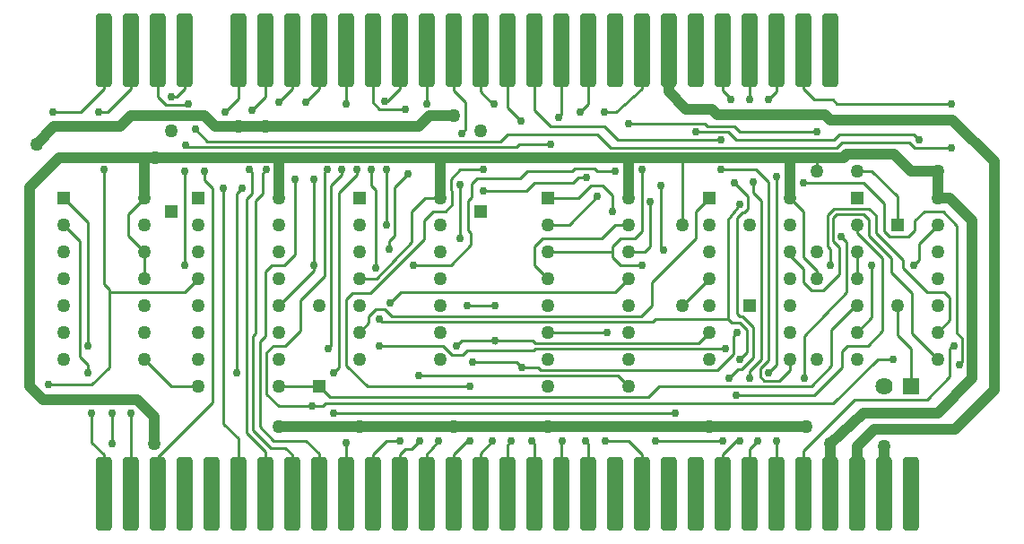
<source format=gtl>
G04*
G04  File:            NEMOBUSTODIVIDE-V1.3.GTL, Wed Sep 24 11:25:24 2025*
G04  Source:          P-CAD 2006 PCB, Version 19.02.958, (D:\PCAD-2006\Projects\Pentagon-4096\Hardware\NemoBusToDivIDE-v1.3.PCB)*
G04  Format:          Gerber Format (RS-274-D), ASCII*
G04*
G04  Format Options:  Absolute Positioning*
G04                   Leading-Zero Suppression*
G04                   Scale Factor 1:1*
G04                   NO Circular Interpolation*
G04                   Inch Units*
G04                   Numeric Format: 4.4 (XXXX.XXXX)*
G04                   G54 NOT Used for Aperture Change*
G04                   Apertures Embedded*
G04*
G04  File Options:    Offset = (0.0mil,0.0mil)*
G04                   Drill Symbol Size = 80.0mil*
G04                   No Pad/Via Holes*
G04*
G04  File Contents:   Pads*
G04                   Vias*
G04                   No Designators*
G04                   No Types*
G04                   No Values*
G04                   No Drill Symbols*
G04                   Top*
G04*
%INNEMOBUSTODIVIDE-V1.3.GTL*%
%ICAS*%
%MOIN*%
G04*
G04  Aperture MACROs for general use --- invoked via D-code assignment *
G04*
G04  General MACRO for flashed round with rotation and/or offset hole *
%AMROTOFFROUND*
1,1,$1,0.0000,0.0000*
1,0,$2,$3,$4*%
G04*
G04  General MACRO for flashed oval (obround) with rotation and/or offset hole *
%AMROTOFFOVAL*
21,1,$1,$2,0.0000,0.0000,$3*
1,1,$4,$5,$6*
1,1,$4,0-$5,0-$6*
1,0,$7,$8,$9*%
G04*
G04  General MACRO for flashed oval (obround) with rotation and no hole *
%AMROTOVALNOHOLE*
21,1,$1,$2,0.0000,0.0000,$3*
1,1,$4,$5,$6*
1,1,$4,0-$5,0-$6*%
G04*
G04  General MACRO for flashed rectangle with rotation and/or offset hole *
%AMROTOFFRECT*
21,1,$1,$2,0.0000,0.0000,$3*
1,0,$4,$5,$6*%
G04*
G04  General MACRO for flashed rectangle with rotation and no hole *
%AMROTRECTNOHOLE*
21,1,$1,$2,0.0000,0.0000,$3*%
G04*
G04  General MACRO for flashed rounded-rectangle *
%AMROUNDRECT*
21,1,$1,$2-$4,0.0000,0.0000,$3*
21,1,$1-$4,$2,0.0000,0.0000,$3*
1,1,$4,$5,$6*
1,1,$4,$7,$8*
1,1,$4,0-$5,0-$6*
1,1,$4,0-$7,0-$8*
1,0,$9,$10,$11*%
G04*
G04  General MACRO for flashed rounded-rectangle with rotation and no hole *
%AMROUNDRECTNOHOLE*
21,1,$1,$2-$4,0.0000,0.0000,$3*
21,1,$1-$4,$2,0.0000,0.0000,$3*
1,1,$4,$5,$6*
1,1,$4,$7,$8*
1,1,$4,0-$5,0-$6*
1,1,$4,0-$7,0-$8*%
G04*
G04  General MACRO for flashed regular polygon *
%AMREGPOLY*
5,1,$1,0.0000,0.0000,$2,$3+$4*
1,0,$5,$6,$7*%
G04*
G04  General MACRO for flashed regular polygon with no hole *
%AMREGPOLYNOHOLE*
5,1,$1,0.0000,0.0000,$2,$3+$4*%
G04*
G04  General MACRO for target *
%AMTARGET*
6,0,0,$1,$2,$3,4,$4,$5,$6*%
G04*
G04  General MACRO for mounting hole *
%AMMTHOLE*
1,1,$1,0,0*
1,0,$2,0,0*
$1=$1-$2*
$1=$1/2*
21,1,$2+$1,$3,0,0,$4*
21,1,$3,$2+$1,0,0,$4*%
G04*
G04*
G04  D10 : "Ellipse X10.0mil Y10.0mil H0.0mil 0.0deg (0.0mil,0.0mil) Draw"*
G04  Disc: OuterDia=0.0100*
%ADD10C, 0.0100*%
G04  D11 : "Ellipse X30.7mil Y30.7mil H0.0mil 0.0deg (0.0mil,0.0mil) Draw"*
G04  Disc: OuterDia=0.0307*
%ADD11C, 0.0307*%
G04  D12 : "Ellipse X40.0mil Y40.0mil H0.0mil 0.0deg (0.0mil,0.0mil) Draw"*
G04  Disc: OuterDia=0.0400*
%ADD12C, 0.0400*%
G04  D13 : "Ellipse X5.0mil Y5.0mil H0.0mil 0.0deg (0.0mil,0.0mil) Draw"*
G04  Disc: OuterDia=0.0050*
%ADD13C, 0.0050*%
G04  D14 : "Ellipse X6.0mil Y6.0mil H0.0mil 0.0deg (0.0mil,0.0mil) Draw"*
G04  Disc: OuterDia=0.0060*
%ADD14C, 0.0060*%
G04  D15 : "Ellipse X7.0mil Y7.0mil H0.0mil 0.0deg (0.0mil,0.0mil) Draw"*
G04  Disc: OuterDia=0.0070*
%ADD15C, 0.0070*%
G04  D16 : "Ellipse X9.8mil Y9.8mil H0.0mil 0.0deg (0.0mil,0.0mil) Draw"*
G04  Disc: OuterDia=0.0098*
%ADD16C, 0.0098*%
G04  D17 : "Ellipse X133.0mil Y133.0mil H0.0mil 0.0deg (0.0mil,0.0mil) Flash"*
G04  Disc: OuterDia=0.1330*
%ADD17C, 0.1330*%
G04  D18 : "Ellipse X50.0mil Y50.0mil H0.0mil 0.0deg (0.0mil,0.0mil) Flash"*
G04  Disc: OuterDia=0.0500*
%ADD18C, 0.0500*%
G04  D19 : "Ellipse X64.0mil Y64.0mil H0.0mil 0.0deg (0.0mil,0.0mil) Flash"*
G04  Disc: OuterDia=0.0640*
%ADD19C, 0.0640*%
G04  D20 : "Ellipse X65.0mil Y65.0mil H0.0mil 0.0deg (0.0mil,0.0mil) Flash"*
G04  Disc: OuterDia=0.0650*
%ADD20C, 0.0650*%
G04  D21 : "Ellipse X79.0mil Y79.0mil H0.0mil 0.0deg (0.0mil,0.0mil) Flash"*
G04  Disc: OuterDia=0.0790*
%ADD21C, 0.0790*%
G04  D22 : "Mounting Hole X118.0mil Y118.0mil H0.0mil 0.0deg (0.0mil,0.0mil) Flash"*
G04  Mounting Hole: Diameter=0.1180, Rotation=0.0, LineWidth=0.0050 *
%ADD22MTHOLE, 0.1180 X0.0980 X0.0050 X0.0*%
G04  D23 : "Rounded Rectangle X61.5mil Y275.6mil H0.0mil 0.0deg (0.0mil,0.0mil) Flash"*
G04  RoundRct: DimX=0.0615, DimY=0.2756, CornerRad=0.0154, Rotation=0.0, OffsetX=0.0000, OffsetY=0.0000, HoleDia=0.0000 *
%ADD23ROUNDRECTNOHOLE, 0.0615 X0.2756 X0.0 X0.0308 X-0.0154 X-0.1224 X-0.0154 X0.1224*%
G04  D24 : "Rounded Rectangle X76.5mil Y290.6mil H0.0mil 0.0deg (0.0mil,0.0mil) Flash"*
G04  RoundRct: DimX=0.0765, DimY=0.2906, CornerRad=0.0191, Rotation=0.0, OffsetX=0.0000, OffsetY=0.0000, HoleDia=0.0000 *
%ADD24ROUNDRECTNOHOLE, 0.0765 X0.2906 X0.0 X0.0382 X-0.0191 X-0.1262 X-0.0191 X0.1262*%
G04  D25 : "Rectangle X50.0mil Y50.0mil H0.0mil 0.0deg (0.0mil,0.0mil) Flash"*
G04  Square: Side=0.0500, Rotation=0.0, OffsetX=0.0000, OffsetY=0.0000, HoleDia=0.0000*
%ADD25R, 0.0500 X0.0500*%
G04  D26 : "Rectangle X64.0mil Y64.0mil H0.0mil 0.0deg (0.0mil,0.0mil) Flash"*
G04  Square: Side=0.0640, Rotation=0.0, OffsetX=0.0000, OffsetY=0.0000, HoleDia=0.0000*
%ADD26R, 0.0640 X0.0640*%
G04  D27 : "Rectangle X65.0mil Y65.0mil H0.0mil 0.0deg (0.0mil,0.0mil) Flash"*
G04  Square: Side=0.0650, Rotation=0.0, OffsetX=0.0000, OffsetY=0.0000, HoleDia=0.0000*
%ADD27R, 0.0650 X0.0650*%
G04  D28 : "Rectangle X79.0mil Y79.0mil H0.0mil 0.0deg (0.0mil,0.0mil) Flash"*
G04  Square: Side=0.0790, Rotation=0.0, OffsetX=0.0000, OffsetY=0.0000, HoleDia=0.0000*
%ADD28R, 0.0790 X0.0790*%
G04  D29 : "Ellipse X30.0mil Y30.0mil H0.0mil 0.0deg (0.0mil,0.0mil) Flash"*
G04  Disc: OuterDia=0.0300*
%ADD29C, 0.0300*%
G04  D30 : "Ellipse X45.0mil Y45.0mil H0.0mil 0.0deg (0.0mil,0.0mil) Flash"*
G04  Disc: OuterDia=0.0450*
%ADD30C, 0.0450*%
G04*
%FSLAX44Y44*%
%SFA1B1*%
%OFA0.0000B0.0000*%
G04*
G70*
G90*
G01*
D2*
%LNTop*%
D12*
X49500Y51500*
X50150Y52150D1*
D2*
D10*
X52000Y39950*
X51550Y40400D1*
Y41500*
X52300D2*
Y40350D1*
X51100Y43600D2*
X51400Y43300D1*
Y43000*
X52200Y43200D2*
X51550Y42550D1*
X53500Y47500D2*
Y46500D1*
X52200Y46100D2*
X52000Y46300D1*
X52200Y46100D2*
Y46000D1*
X52900Y48900D2*
Y48100D1*
X53500Y49500D2*
X52900Y48900D1*
X51150Y52700D2*
X52000Y53550D1*
X52150Y52700D2*
X53000Y53550D1*
D2*
D12*
X52600Y52150*
X53000Y52550D1*
D2*
D10*
X51800Y52700*
X52150D1*
X54500Y42500D2*
X55500D1*
Y46500D2*
X55000Y46000D1*
X55750Y50500D2*
Y50150D1*
X56050Y49850*
X55400Y52050D2*
X55850Y51600D1*
X55100Y51400D2*
X55050Y51450D1*
X55100Y52950D2*
X55150Y53000D1*
X55100Y52950D2*
X54300D1*
D2*
D12*
X55750Y52550*
X56150Y52150D1*
D2*
D10*
X55000Y53550*
X54700Y53250D1*
X54500*
X59750Y41850D2*
Y41750D1*
X58500*
X58000Y40050D2*
X57300Y40750D1*
X58750Y40200D2*
X59000Y39950D1*
X57800Y41000D2*
X58325Y40475D1*
X59525*
X57550Y40850D2*
X58200Y40200D1*
X58750*
X58000Y44350D2*
X57800Y44150D1*
X57650Y44450D2*
X57550Y44350D1*
X58050Y42200D2*
Y43750D1*
X58300Y44000*
X58750*
X59300Y44550*
X58250Y47000D2*
X58000Y46750D1*
X58700Y47000D2*
X58250D1*
X58500Y45500D2*
X59800Y46800D1*
Y47000*
X59100Y47400D2*
X58700Y47000D1*
X58050Y50550D2*
X57900Y50400D1*
Y49650*
X57500Y50450D2*
X57400Y50550D1*
X57300Y49450D2*
X57500Y49650D1*
Y50450*
X57900Y49650D2*
X57650Y49400D1*
X59000Y53550D2*
X58500Y53050D1*
X58000Y53250D2*
X57500Y52750D1*
X60250Y41850D2*
X60150Y41750D1*
X62500Y40450D2*
X62000Y39950D1*
X61000Y40300D2*
Y40400D1*
X61850Y44850D2*
X61500Y44500D1*
X60550Y43000D2*
X60750Y43200D1*
X60450Y44000D2*
X60350Y43900D1*
X61800Y42500D2*
X61025Y43274D1*
X62150Y46500D2*
X61500D1*
X62600Y47900D2*
Y47600D1*
X62450Y45350D2*
X62100D1*
X62700Y45100D2*
X62450Y45350D1*
X62100D2*
X61850Y45100D1*
X61250Y45950D2*
X61900D1*
X61250D2*
X61025Y45725D1*
X62800Y49900D2*
Y48100D1*
X62500Y48500D2*
Y50550D1*
X61950D2*
Y49950D1*
X62100Y49800*
X60850Y50350D2*
Y50550D1*
X60200Y50450D2*
X60300Y50550D1*
X61400Y50350D2*
Y50550D1*
X60450Y49950D2*
X60850Y50350D1*
X60750Y49700D2*
X61400Y50350D1*
X62250Y52800D2*
X62000Y53050D1*
X62550Y53100D2*
X62450D1*
X63450Y40150D2*
X63200D1*
X65000Y39950D2*
X65550Y40500D1*
X65600Y40450*
X64000Y39950D2*
X64450Y40450D1*
X63750D2*
X63450Y40150D1*
X63750Y40450D2*
Y40400D1*
X64600Y44000D2*
X64950Y43650D1*
X65350*
X65100Y44000D2*
X65300Y44200D1*
X65350Y43650D2*
X65525Y43825D1*
X65650Y47750D2*
X64900Y47000D1*
X63600*
X63500*
X63900Y48650D2*
X64250Y49000D1*
X64500Y49500D2*
X63950D1*
X63450Y49000*
X64250D2*
X64700D1*
X64950Y49250*
Y49750*
X64900Y50200D2*
Y49800D1*
X64950Y49750*
X65675Y50025D2*
Y49525D1*
X65550Y49400*
Y48300D2*
X65650Y48200D1*
X65550Y49400D2*
Y48300D1*
X65250Y50550D2*
X64900Y50200D1*
X65875Y50225D2*
X65675Y50025D1*
D2*
D12*
X65000Y52550*
X64800D1*
D2*
D10*
X65450Y53050*
X65000Y53500D1*
D2*
D12*
X64800Y52550*
X64100D1*
X63700Y52150*
D2*
D10*
X65450Y53050*
Y52050D1*
X65300Y51900D2*
X65450Y52050D1*
X68000Y40350D2*
X67900Y40450D1*
X67000Y40300D2*
X67150Y40450D1*
X66550Y44100D2*
Y44200D1*
X67950D2*
X66550D1*
X68050Y44100D2*
X67950Y44200D1*
X67975Y43825D2*
X68050Y43900D1*
X67350Y43400D2*
X67550Y43200D1*
X68150D2*
X67550D1*
X68250Y43100D2*
X68150Y43200D1*
X68500Y46500D2*
X68000Y47000D1*
Y47700*
X67750Y50500D2*
X67475Y50225D1*
X67700Y49750D2*
X68000Y50050D1*
X66100Y49750D2*
X67700D1*
X67450Y51500D2*
X67350Y51400D1*
X66450Y53000D2*
X66500D1*
X68600Y51500D2*
X67450D1*
X66750Y51600D2*
X67000Y51850D1*
X68000Y52750D2*
X68600Y52150D1*
X67000Y52850D2*
X67500Y52350D1*
X70650Y40450D2*
X71500D1*
X70000Y40350D2*
X69900Y40450D1*
X71100Y42900D2*
X71500Y42500D1*
X71200Y47000D2*
X70900Y47300D1*
Y47500*
Y47700D2*
Y47500D1*
X71500Y46500D2*
X71000Y46000D1*
Y48500D2*
X71500D1*
X70350Y49550D2*
X69300Y48500D1*
X71000Y50500D2*
X70350D1*
X70250Y50600*
X69500D2*
X69400Y50500D1*
X70250Y50600D2*
X69500D1*
X69650Y50250D2*
X69950D1*
X70100Y49950D2*
X69650Y49500D1*
X70550Y49950D2*
X70100D1*
X70900Y49000D2*
Y49600D1*
X70550Y49950*
X69450Y50050D2*
X69650Y50250D1*
X70000Y53000D2*
X69700Y52700D1*
X70350Y51850D2*
X70850Y51350D1*
X70600Y52150D2*
X71100Y51650D1*
X70600Y52700D2*
X71050D1*
X74100Y44100D2*
X74500Y44500D1*
X72250Y42100D2*
X72650Y42500D1*
X74500Y46500D2*
X73500Y45500D1*
X72375Y46375D2*
Y45500D1*
X72700Y47650D2*
X72800Y47550D1*
X72300Y47700D2*
X72100Y47500D1*
X74500Y49500D2*
X74000Y49000D1*
X74450Y52150D2*
X74350Y52250D1*
D2*
D12*
X73000Y53450*
X73650Y52800D1*
X74625*
D2*
D10*
X75500Y40450*
X75650D1*
X76300D2*
X76000Y40150D1*
X77100Y42700D2*
X76550D1*
X77500Y43100D2*
X77100Y42700D1*
X77500Y43500D2*
Y43100D1*
X77000Y43300D2*
X76700Y43000D1*
X76400Y42850D2*
Y43150D1*
X76700Y43450*
X76550Y42700D2*
X76400Y42850D1*
X76450Y43500D2*
X76000Y43050D1*
Y42800*
X75575Y43125D2*
X75250Y42800D1*
X75725Y43125D2*
X75575D1*
X75400Y44350D2*
Y43700D1*
X75550Y44500D2*
X75400Y44350D1*
X75650Y44850D2*
X75350D1*
X75900Y44600D2*
X75650Y44850D1*
X75900Y43750D2*
Y44600D1*
X75650Y43500D2*
X75900Y43750D1*
X76150Y44700D2*
Y43550D1*
X75725Y43125*
X77500Y47500D2*
Y47350D1*
X75550Y45200D2*
X75650Y45100D1*
X75750*
X76700Y50100D2*
X76250Y50550D1*
X76150Y50100D2*
Y49700D1*
X76450Y49400*
X75200Y48700D2*
X75650Y49250D1*
X75950Y49100D2*
X75800Y48950D1*
X75750*
X75550Y48750*
X75450Y50050D2*
X75950Y49550D1*
Y49100*
X76700Y53150D2*
X77000Y53450D1*
X75300Y53150D2*
Y53200D1*
X75200Y51950D2*
X75500Y51650D1*
X75450Y52150D2*
X75650Y51950D1*
D2*
D12*
X80650Y40900*
X80000Y40250D1*
X80250Y41500D2*
X79000Y40375D1*
D2*
D10*
X78050Y42800*
Y44350D1*
X78300Y42500D2*
X79050Y43250D1*
Y44600*
X79450Y43200D2*
Y43800D1*
X79650Y44000*
X80400*
X78400Y42150D2*
X79450Y43200D1*
X80000Y47500D2*
Y46500D1*
X80550Y47000D2*
Y45050D1*
X79950Y45500D2*
X80000D1*
X79600Y46000D2*
Y47850D1*
X79000Y47600D2*
X78900Y47700D1*
X79000Y47000D2*
Y47600D1*
X79350Y47650D2*
X79100Y47900D1*
X78500Y46800D2*
Y46500D1*
X78300Y46050D2*
X78750D1*
X79350Y46650*
Y47650*
X78900Y48850D2*
X79150Y49100D1*
X79100Y48750D2*
X79250Y48900D1*
X80000Y48200D2*
Y48500D1*
X80250Y48900D2*
X80450Y48700D1*
X79250Y48900D2*
X80250D1*
X80450Y48700D2*
Y48100D1*
Y49100D2*
X80700Y48850D1*
Y48200*
X79150Y49100D2*
X80450D1*
X80000Y50500D2*
X80550D1*
X79150Y51650D2*
X79350Y51850D1*
X79250Y51350D2*
X79450Y51550D1*
D2*
D12*
X78800Y52600*
X79000Y52400D1*
D2*
D10*
X79250Y53000*
X79100Y53150D1*
X78400*
X82050Y44450D2*
X83000Y43500D1*
X81500Y44400D2*
X82000Y43900D1*
Y42500*
X83550Y44000D2*
X83600D1*
X83450Y43900D2*
X83550Y44000D1*
X83450Y42850D2*
Y43900D1*
X83900Y43400D2*
X83800Y43300D1*
X83725Y44475D2*
X83900Y44300D1*
Y43400*
X83250Y46000D2*
X83450Y45800D1*
X82600Y46000D2*
X83250D1*
X82300Y47200D2*
X82100Y47000D1*
X82300Y47800D2*
Y47200D1*
X81275Y46725D2*
X82050Y45950D1*
X81700Y46900D2*
X82600Y46000D1*
X81275Y47275D2*
Y46725D1*
X81700Y47200D2*
Y46900D1*
D2*
D12*
X83000Y49500*
X83450D1*
X82000Y50500D2*
X83000D1*
Y49500*
D2*
D10*
X82150Y48650*
X82500Y49000D1*
X83200*
X81500Y49550D2*
Y48500D1*
X83200Y49000D2*
X83725Y48475D1*
X81200Y48050D2*
X81900D1*
X82150Y48300*
Y48650*
X82100Y51850D2*
X82300Y51650D1*
X81950Y51550D2*
X82150Y51350D1*
X83350*
X83500*
D2*
D12*
X49750Y42000*
X49250Y42500D1*
Y49900D2*
X50350Y51000D1*
D2*
D10*
X52900Y48100*
X53500Y47500D1*
X51100Y47900D2*
Y43600D1*
X51400Y48600D2*
Y44000D1*
X52000Y38500D2*
Y39950D1*
X53000Y38500D2*
Y41500D1*
X52200Y46000D2*
Y43200D1*
X52000Y53550D2*
Y55000D1*
X53000Y53550D2*
Y55000D1*
X55000D2*
Y53550D1*
X59000Y39950D2*
Y38500D1*
X58500Y41750D2*
X58050Y42200D1*
X57650Y49400D2*
Y44450D1*
X58000Y46750D2*
Y44350D1*
Y38500D2*
Y40050D1*
X57800Y44150D2*
Y41000D1*
X57550Y44350D2*
Y40850D1*
X59300Y44550D2*
Y45700D1*
X58000Y55000D2*
Y53250D1*
X59000Y55000D2*
Y53550D1*
X62800Y48100D2*
X62600Y47900D1*
X61000Y38500D2*
Y40300D1*
X62000Y39950D2*
Y38500D1*
X62350Y44900D2*
X62250Y45000D1*
X61850Y45100D2*
Y44850D1*
X61025Y45725D2*
Y43274D1*
X61000Y55000D2*
Y53000D1*
X62000Y55000D2*
Y53050D1*
X64000Y38500D2*
Y39950D1*
X65000Y38500D2*
Y39950D1*
X63900Y47950D2*
Y48650D1*
X65650Y48200D2*
Y47750D1*
X63450Y49000D2*
Y47850D1*
X64000Y55000D2*
Y53000D1*
X65000Y55000D2*
Y53500D1*
X68000Y38500D2*
Y40350D1*
Y47700D2*
X68300Y48000D1*
X67000Y38500D2*
Y40300D1*
X68000Y55000D2*
Y52750D1*
X67000Y55000D2*
Y52850D1*
X70500Y48000D2*
X71000Y48500D1*
X71200Y48000D2*
X70900Y47700D1*
X71750Y48000D2*
X71200D1*
X70000Y38500D2*
Y40350D1*
Y55000D2*
Y53000D1*
X74000Y49000D2*
Y48000D1*
X72375Y46375*
X72300Y49350D2*
Y47700D1*
X72500Y45000D2*
X72400Y44900D1*
D2*
D12*
X73000Y55000*
Y53450D1*
D2*
D10*
X76000Y40150*
Y38500D1*
X77000D2*
Y40450D1*
X76450Y49400D2*
Y43500D1*
X75550Y48750D2*
Y45200D1*
X75200Y45000D2*
Y48700D1*
X75350Y44850D2*
X75200Y45000D1*
X75750Y45100D2*
X76150Y44700D1*
X76000Y55000D2*
Y53150D1*
X77000Y55000D2*
Y53450D1*
D2*
D12*
X80000Y40250*
Y38500D1*
D2*
D10*
X78050Y44350*
X79600Y46000D1*
X80550Y45050D2*
X80000Y44500D1*
X79050Y44600D2*
X79950Y45500D1*
X79600Y47850D2*
X79400Y48050D1*
X78900Y47700D2*
Y48850D1*
X79100Y47900D2*
Y48750D1*
D2*
D12*
X79000Y40375*
Y38500D1*
D2*
D10*
X80775Y43500*
X79125Y41850D1*
X78500Y50500D2*
Y51000D1*
D2*
D12*
X79500D1*
X79625Y51125*
D2*
D10*
X83450Y44950*
X83000Y44500D1*
Y48500D2*
X82300Y47800D1*
X83450Y45800D2*
Y44950D1*
X82050Y45950D2*
Y44450D1*
X81500Y45500D2*
Y44400D1*
X82600Y42000D2*
X83450Y42850D1*
X83725Y48475D2*
Y44475D1*
D2*
D12*
X81375Y51125*
X82000Y50500D1*
X84287Y48662D2*
Y42787D1*
X49250Y42500D2*
Y49900D1*
X53500Y49500D2*
Y51000D1*
D2*
D10*
X52000Y46300*
Y50550D1*
X55000Y50500D2*
Y47000D1*
X56050Y49850D2*
Y41900D1*
X56450Y49850D2*
Y41100D1*
D2*
D12*
X58500Y51000*
Y49500D1*
D2*
D10*
X59800Y47000*
Y50200D1*
X59100D2*
Y47400D1*
X57300Y40750D2*
Y49450D1*
X62100Y49800D2*
Y46900D1*
X60200Y46600D2*
Y50450D1*
X60750Y43200D2*
Y49700D1*
X60450Y44000D2*
Y49950D1*
D2*
D12*
X64500Y49500*
Y51000D1*
D2*
D10*
X65250Y48000*
Y50000D1*
D2*
D12*
X71500Y51000*
Y49500D1*
D2*
D10*
X73500Y48500*
Y51000D1*
X72700Y49950D2*
Y47650D1*
X77000Y50300D2*
Y43300D1*
X76700Y43450D2*
Y50100D1*
D2*
D12*
X77500Y49500*
Y51000D1*
X85100Y50850D2*
Y42350D1*
X53875Y40375D2*
Y41375D1*
D2*
D10*
X60150Y41750*
X59750D1*
X56050Y41900D2*
X54000Y39850D1*
X59525Y40475D2*
X60000Y40000D1*
X56450Y41100D2*
X57000Y40550D1*
X53500Y43500D2*
X54500Y42500D1*
X60000D2*
X58500D1*
X60000D2*
X60400Y42100D1*
X51550Y42550D2*
X49950D1*
X59300Y45700D2*
X60200Y46600D1*
X52200Y46000D2*
X55000D1*
X50500Y49500D2*
X51400Y48600D1*
X56950Y49650D2*
X57150Y49850D1*
X54300Y52950D2*
X54000Y53250D1*
X59500Y53050D2*
X60000Y53550D1*
D2*
D12*
X56150Y52150*
X57000D1*
X58000D2*
X57000D1*
D2*
D10*
X50100Y52700*
X51150D1*
X57000Y53200D2*
X56500Y52700D1*
D2*
D12*
X50150Y52150*
X52600D1*
X53000Y52550D2*
X55750D1*
D2*
D10*
X63200Y40150*
X63000Y39950D1*
X71500Y40450D2*
X72000Y39950D1*
D2*
D12*
X65000Y41000*
X68500D1*
D2*
D10*
X69000Y40400*
X69050Y40450D1*
X66000Y40000D2*
X66450Y40450D1*
X63000D2*
X62500D1*
X62250Y44000D2*
X64600D1*
X68500Y44500D2*
X70700D1*
X61800Y42500D2*
X65600D1*
X63700Y42900D2*
X71100D1*
X65300Y44200D2*
X66550D1*
X65525Y43825D2*
X67975D1*
X65700Y43400D2*
X67350D1*
X72400Y44900D2*
X62350D1*
X70900Y47500D2*
X68500D1*
X71200Y47000D2*
X72000D1*
X72375Y45500D2*
X71975Y45100D1*
X72100Y47500D2*
X71500D1*
X63450Y47850D2*
X62150Y46500D1*
X71975Y45100D2*
X62700D1*
X71000Y46000D2*
X63050D1*
X62650Y45600*
X66550Y45500D2*
X65500D1*
X69300Y48500D2*
X68500D1*
X63300Y50400D2*
X62800Y49900D1*
X72000Y50550D2*
Y48250D1*
X69650Y49500D2*
X68500D1*
X66100Y50550D2*
X65250D1*
X68000Y50050D2*
X69450D1*
X67475Y50225D2*
X65875D1*
X69400Y50500D2*
X67750D1*
X66450Y53000D2*
X66000Y53450D1*
X63000Y53550D2*
X62550Y53100D1*
X69000Y52600D2*
X68900Y52500D1*
X67000Y51850D2*
X70350D1*
X68600Y52150D2*
X70600D1*
X71050Y52700D2*
X72000Y53550D1*
X62250Y52800D2*
X63200D1*
X75500Y40450D2*
X75000Y39950D1*
D2*
D12*
X81000Y40250*
Y39724D1*
X83000Y41500D2*
X80250D1*
X83650Y40900D2*
X80650D1*
X74500Y41000D2*
X78125D1*
D2*
D10*
X75400Y43700*
X74800Y43100D1*
X80400Y44000D2*
X80950Y44550D1*
X81350Y43500D2*
X80775D1*
X75500Y42150D2*
X78400D1*
X78000Y47300D2*
X78500Y46800D1*
X77500Y47350D2*
X78000Y46850D1*
Y46350*
X78300Y46050*
X77500Y49500D2*
X78000Y49000D1*
X80250Y50050D2*
X81000Y49300D1*
Y48250*
X78000Y50050D2*
X80250D1*
X81000Y48250D2*
X81200Y48050D1*
X80550Y50500D2*
X81500Y49550D1*
X76250Y50550D2*
X74950D1*
D2*
D12*
X83450Y49500*
X84287Y48662D1*
D2*
D10*
X75300Y53200*
X75000Y53500D1*
X74000Y51950D2*
X75200D1*
X75450Y52150D2*
X74450D1*
X75500Y51650D2*
X79150D1*
X79350Y51850D2*
X82100D1*
X79450Y51550D2*
X81950D1*
D2*
D12*
X74625Y52800*
X74825Y52600D1*
D2*
D10*
X75650Y51950*
X78500D1*
D2*
D12*
X74825Y52600*
X78800D1*
X79000Y52400D2*
X83550D1*
D2*
D10*
X83500Y53000*
X79250D1*
X78400Y53150D2*
X78000Y53550D1*
X50500Y48500D2*
X51100Y47900D1*
X54000Y39850D2*
Y38500D1*
D2*
D12*
X53875Y41375*
X53250Y42000D1*
X49750*
D2*
D10*
X60000Y40000*
Y38500D1*
X57000Y40550D2*
Y38500D1*
D2*
D12*
X53900Y51000*
X53500D1*
X53950D2*
X58500D1*
X53900D2*
X53950D1*
X50350D2*
X53500D1*
D2*
D10*
X54000Y55000*
Y53250D1*
X60000Y55000D2*
Y53550D1*
X57000Y55000D2*
Y53200D1*
X63000Y39950D2*
Y38500D1*
X72000Y39950D2*
Y38500D1*
X69000D2*
Y40400D1*
X72000Y48250D2*
X71750Y48000D1*
X68300D2*
X70500D1*
X66000Y38500D2*
Y40000D1*
X61900Y45950D2*
X63900Y47950D1*
D2*
D12*
X71500Y51000*
X64500D1*
D2*
D10*
X66000Y55000*
Y53450D1*
X63000Y55000D2*
Y53550D1*
X72000D2*
Y55000D1*
X69000D2*
Y52600D1*
X75000Y38500D2*
Y39950D1*
D2*
D12*
X81000Y39724*
Y38500D1*
X85100Y42350D2*
X83650Y40900D1*
D2*
D10*
X80950Y47250*
X80000Y48200D1*
X80950Y44550D2*
Y47250D1*
X80450Y48100D2*
X81275Y47275D1*
X80700Y48200D2*
X81700Y47200D1*
X78000Y49000D2*
Y47300D1*
Y40100D2*
X79900Y42000D1*
X78000Y38500D2*
Y40100D1*
X79900Y42000D2*
X82600D1*
D2*
D12*
X83000Y41500*
X84287Y42787D1*
X77500Y51000D2*
X78500D1*
X83550Y52400D2*
X85100Y50850D1*
D2*
D10*
X75000Y55000*
Y53500D1*
X78000Y53550D2*
Y55000D1*
D2*
D12*
X79625Y51125*
X81375D1*
D2*
D10*
X56950Y43000*
Y49650D1*
X72500Y40450D2*
X75000D1*
D2*
D12*
X61500Y41000*
X65000D1*
X58500D2*
X61500D1*
X68500D2*
X74500D1*
D2*
D10*
X60550Y41500*
X73250D1*
X79125Y41850D2*
X60250D1*
X72650Y42500D2*
X78300D1*
X60400Y42100D2*
X72250D1*
X68050Y44100D2*
X74100D1*
X68050Y43900D2*
X75100D1*
X74800Y43100D2*
X68250D1*
X55850Y51600D2*
X66750D1*
X71100Y51650D2*
X74950D1*
X74350Y52250D2*
X71500D1*
D2*
D12*
X63700Y52150*
X58000D1*
D2*
D10*
X70850Y51350*
X79250D1*
X75200Y45000D2*
X72500D1*
D2*
D12*
X73500Y51000*
X77500D1*
X58500D2*
X64500D1*
X71500D2*
X73500D1*
D2*
D10*
X67350Y51400*
X55100D1*
D2*
D29*
X49950Y42550D3*
D18*
X49500Y51500D3*
D29*
X50100Y52700D3*
X52300Y40350D3*
X51550Y41500D3*
X52300D3*
X53000D3*
X51400Y44000D3*
Y43000D3*
X52000Y50550D3*
X51800Y52700D3*
X55000Y47000D3*
X55750Y50500D3*
X55000D3*
X56450Y49850D3*
X55400Y52050D3*
X55050Y51450D3*
X55150Y53000D3*
X54500Y53250D3*
X56500Y52700D3*
X59750Y41750D3*
D18*
X58500Y41000D3*
D29*
X58050Y50550D3*
X57400D3*
X59100Y50200D3*
X58500Y53050D3*
X59500D3*
D18*
X58000Y52150D3*
D29*
X57500Y52750D3*
D18*
X61500Y41000D3*
D29*
X60550Y41500D3*
X61000Y40400D3*
X60550Y43000D3*
X62250Y44000D3*
X60350Y43900D3*
X62600Y47600D3*
X62100Y46900D3*
X62650Y45600D3*
X61400Y50550D3*
X62500Y48500D3*
Y50550D3*
X60300D3*
X60850D3*
X61950D3*
X61000Y53000D3*
X62450Y53100D3*
D18*
X65000Y41000D3*
D29*
X65600Y40450D3*
X64450D3*
X63750D3*
X65600Y42500D3*
X65100Y44000D3*
X65700Y43400D3*
X63700Y42900D3*
X65500Y45500D3*
X63500Y47000D3*
X63300Y50400D3*
X65250Y50000D3*
D18*
X65000Y52550D3*
D29*
X64000Y53000D3*
X65300Y51900D3*
D18*
X68500Y41000D3*
D29*
X67900Y40450D3*
X67150D3*
X66450D3*
X67550Y43200D3*
X66550Y44200D3*
Y45500D3*
X66500Y53000D3*
X68600Y51500D3*
X67500Y52350D3*
X70650Y40450D3*
X69900D3*
X70700Y44500D3*
X70900Y49000D3*
X70350Y49550D3*
X71000Y50500D3*
X69950Y50250D3*
X71500Y52250D3*
X69700Y52700D3*
X70600D3*
X72500Y40450D3*
D18*
X74500Y41000D3*
D29*
X73250Y41500D3*
X72800Y47550D3*
X72700Y49950D3*
X72300Y49350D3*
X74000Y51950D3*
X75650Y40450D3*
X76300D3*
X77000D3*
X75650Y43500D3*
X76700Y43000D3*
X76000Y42800D3*
X75250D3*
X75550Y44500D3*
X77000Y50300D3*
X76150Y50100D3*
X75450Y50050D3*
X75650Y49250D3*
X76000Y53150D3*
X75300D3*
X76700D3*
D18*
X79000Y40375D3*
D29*
Y47000D3*
X80550D3*
X78500Y51950D3*
X81350Y43500D3*
X83600Y44000D3*
X82100Y47000D3*
X82300Y51650D3*
X83500Y53000D3*
Y51350D3*
D22*
D29*
X62250Y45000D3*
X65250Y48000D3*
D18*
X73500Y45500D3*
Y48500D3*
D29*
X75500Y42150D3*
D18*
X78500Y43500D3*
Y46500D3*
D29*
X79400Y48050D3*
D25*
X76000Y45500D3*
D18*
Y48500D3*
X78500Y47500D3*
Y50500D3*
X53875Y40375D3*
X58500Y42500D3*
X55500D3*
D29*
X56950Y43000D3*
X59800Y47000D3*
Y50200D3*
X57150Y49850D3*
D18*
X57000Y52150D3*
D29*
X69050Y40450D3*
X63000D3*
X72000Y47000D3*
Y50550D3*
X66100D3*
Y49750D3*
X68900Y52500D3*
X63200Y52800D3*
D18*
X81000Y40250D3*
D29*
X75000Y40450D3*
D18*
X78125Y41000D3*
D29*
X75100Y43900D3*
X78050Y42800D3*
X83800Y43300D3*
X74950Y50550D3*
X78000Y50050D3*
X74950Y51650D3*
D25*
X60000Y42500D3*
D18*
Y45500D3*
X53900Y51000D3*
D19*
X81000Y42500D3*
D26*
X82000D3*
D18*
X80000Y50500D3*
X83000D3*
X50500Y45500D3*
Y44500D3*
Y47500D3*
Y48500D3*
X53500Y44500D3*
Y45500D3*
Y48500D3*
Y47500D3*
X50500Y46500D3*
Y43500D3*
D25*
Y49500D3*
D18*
X53500Y43500D3*
Y46500D3*
Y49500D3*
X55500Y45500D3*
Y44500D3*
Y47500D3*
Y48500D3*
X58500Y44500D3*
Y45500D3*
Y48500D3*
Y47500D3*
X55500Y46500D3*
Y43500D3*
D25*
Y49500D3*
D18*
X58500Y43500D3*
Y46500D3*
Y49500D3*
D25*
X54500Y49000D3*
D18*
Y52000D3*
X68500Y42500D3*
Y45500D3*
Y44500D3*
Y47500D3*
Y48500D3*
X71500Y42500D3*
Y44500D3*
Y45500D3*
Y48500D3*
Y47500D3*
X68500Y46500D3*
Y43500D3*
D25*
Y49500D3*
D18*
X71500Y43500D3*
Y46500D3*
Y49500D3*
D25*
X66000Y49000D3*
D18*
Y52000D3*
D25*
X81500Y48500D3*
D18*
Y45500D3*
X74500D3*
Y44500D3*
Y47500D3*
Y48500D3*
X77500Y44500D3*
Y45500D3*
Y48500D3*
Y47500D3*
X74500Y46500D3*
Y43500D3*
D25*
Y49500D3*
D18*
X77500Y43500D3*
Y46500D3*
Y49500D3*
X80000Y45500D3*
Y44500D3*
Y47500D3*
Y48500D3*
X83000Y44500D3*
Y45500D3*
Y48500D3*
Y47500D3*
X80000Y46500D3*
Y43500D3*
D25*
Y49500D3*
D18*
X83000Y43500D3*
Y46500D3*
Y49500D3*
X61500Y45500D3*
Y44500D3*
Y47500D3*
Y48500D3*
X64500Y44500D3*
Y45500D3*
Y48500D3*
Y47500D3*
X61500Y46500D3*
Y43500D3*
D25*
Y49500D3*
D18*
X64500Y43500D3*
Y46500D3*
Y49500D3*
D23*
X78000Y55000D3*
X79000D3*
X75000D3*
X76000D3*
X77000D3*
X72000D3*
X73000D3*
X74000D3*
X69000D3*
X70000D3*
X71000D3*
X66000D3*
X67000D3*
X68000D3*
X63000D3*
X64000D3*
X65000D3*
X60000D3*
X61000D3*
X62000D3*
X57000D3*
X58000D3*
X59000D3*
X54000D3*
X55000D3*
X52000D3*
X53000D3*
X52000Y38500D3*
X54000D3*
X55000D3*
X57000D3*
X58000D3*
X60000D3*
X61000D3*
X63000D3*
X64000D3*
X66000D3*
X67000D3*
X69000D3*
X70000D3*
X72000D3*
X73000D3*
X75000D3*
X76000D3*
X78000D3*
X79000D3*
X81000D3*
X82000D3*
X53000D3*
X56000D3*
X59000D3*
X62000D3*
X65000D3*
X68000D3*
X71000D3*
X74000D3*
X77000D3*
X80000D3*
D02M02*

</source>
